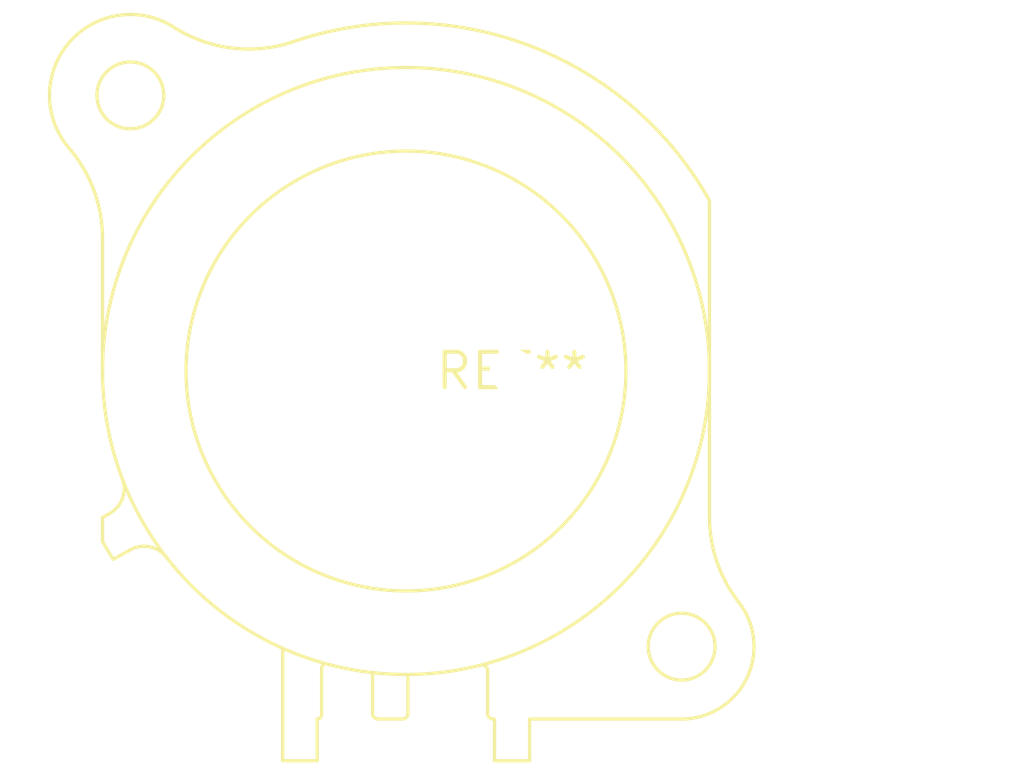
<source format=kicad_pcb>
(kicad_pcb (version 20240108) (generator pcbnew)
  (layers (0 "F.Cu" signal) (31 "B.Cu" signal) (34 "B.Paste" user) (35 "F.Paste" user) (36 "B.SilkS" user "B.Silkscreen") (37 "F.SilkS" user "F.Silkscreen") (38 "B.Mask" user) (39 "F.Mask" user) (44 "Edge.Cuts" user))
  (net 0 "")
  (footprint "Jack_XLR_Neutrik_NC3FAV1-0_Vertical" (layer "F.Cu") (at 0 0)
    (property "Reference" "REF**")
    (property "Value" "Jack_XLR_Neutrik_NC3FAV1-0_Vertical")
    (fp_line (start -14.71 0) (end -14.71 -4.76) (layer "F.SilkS") (stroke (width 0.12)))
    (fp_line (start -14.71 5.26) (end -14.71 6.12) (layer "F.SilkS") (stroke (width 0.12)))
    (fp_line (start -14.44 5.11) (end -14.71 5.26) (layer "F.SilkS") (stroke (width 0.12)))
    (fp_line (start -14.32 6.76) (end -13.71 6.42) (layer "F.SilkS") (stroke (width 0.12)))
    (fp_line (start -8.24 9.96) (end -8.24 14) (layer "F.SilkS") (stroke (width 0.12)))
    (fp_line (start -7 12.5) (end -7 14) (layer "F.SilkS") (stroke (width 0.12)))
    (fp_line (start -7 14) (end -8.24 14) (layer "F.SilkS") (stroke (width 0.12)))
    (fp_line (start -6.84 12.34) (end -6.84 10.69) (layer "F.SilkS") (stroke (width 0.12)))
    (fp_line (start -5.01 10.83) (end -5.01 12.3) (layer "F.SilkS") (stroke (width 0.12)))
    (fp_line (start -3.94 12.5) (end -4.81 12.5) (layer "F.SilkS") (stroke (width 0.12)))
    (fp_line (start -3.74 10.9) (end -3.74 12.3) (layer "F.SilkS") (stroke (width 0.12)))
    (fp_line (start -0.88 12.3) (end -0.88 10.76) (layer "F.SilkS") (stroke (width 0.12)))
    (fp_line (start -0.63 12.5) (end -0.68 12.5) (layer "F.SilkS") (stroke (width 0.12)))
    (fp_line (start -0.63 12.5) (end -0.63 14) (layer "F.SilkS") (stroke (width 0.12)))
    (fp_line (start 0.62 14) (end -0.63 14) (layer "F.SilkS") (stroke (width 0.12)))
    (fp_line (start 0.63 12.5) (end 6.09 12.5) (layer "F.SilkS") (stroke (width 0.12)))
    (fp_line (start 0.63 14) (end 0.63 12.5) (layer "F.SilkS") (stroke (width 0.12)))
    (fp_line (start 7.09 5.24) (end 7.09 -6.12) (layer "F.SilkS") (stroke (width 0.12)))
    (fp_arc (start -15.908829 -8.000856) (mid -15.019313 -6.48774) (end -14.71 -4.76) (layer "F.SilkS") (stroke (width 0.12)))
    (fp_arc (start -15.908236 -8.001617) (mid -15.907486 -11.799251) (end -12.15 -12.35) (layer "F.SilkS") (stroke (width 0.12)))
    (fp_arc (start -14.32314 6.763008) (mid -14.521396 6.444407) (end -14.71 6.12) (layer "F.SilkS") (stroke (width 0.12)))
    (fp_arc (start -14.004283 3.855674) (mid -13.989213 4.56375) (end -14.44 5.11) (layer "F.SilkS") (stroke (width 0.12)))
    (fp_arc (start -13.71 6.42) (mid -13.01025 6.315915) (end -12.412202 6.693832) (layer "F.SilkS") (stroke (width 0.12)))
    (fp_arc (start -7.848035 -11.831177) (mid -10.058192 -11.599923) (end -12.15 -12.35) (layer "F.SilkS") (stroke (width 0.12)))
    (fp_arc (start -7.841153 -11.83276) (mid 0.657009 -11.675197) (end 7.09 -6.12) (layer "F.SilkS") (stroke (width 0.12)))
    (fp_arc (start -6.84 10.69) (mid -6.803713 10.578321) (end -6.708713 10.509299) (layer "F.SilkS") (stroke (width 0.12)))
    (fp_arc (start -6.84 12.34) (mid -6.886863 12.453137) (end -7 12.5) (layer "F.SilkS") (stroke (width 0.12)))
    (fp_arc (start -4.81 12.5) (mid -4.951421 12.441421) (end -5.01 12.3) (layer "F.SilkS") (stroke (width 0.12)))
    (fp_arc (start -3.74 12.3) (mid -3.798579 12.441421) (end -3.94 12.5) (layer "F.SilkS") (stroke (width 0.12)))
    (fp_arc (start -1.1294 10.566197) (mid -0.957281 10.602076) (end -0.88 10.76) (layer "F.SilkS") (stroke (width 0.12)))
    (fp_arc (start -0.68 12.5) (mid -0.821421 12.441421) (end -0.88 12.3) (layer "F.SilkS") (stroke (width 0.12)))
    (fp_arc (start 2.636924 -8.782671) (mid 2.628394 -8.791269) (end 2.62 -8.8) (layer "F.SilkS") (stroke (width 0.12)))
    (fp_arc (start 2.680052 -8.767734) (mid 2.65973 -8.7835) (end 2.64 -8.8) (layer "F.SilkS") (stroke (width 0.12)))
    (fp_arc (start 8.095865 8.245761) (mid 8.441704 11.008824) (end 6.09 12.5) (layer "F.SilkS") (stroke (width 0.12)))
    (fp_arc (start 8.098032 8.243976) (mid 7.348729 6.824298) (end 7.09 5.24) (layer "F.SilkS") (stroke (width 0.12)))
    (fp_circle (center -13.71 -9.9) (end -12.51 -9.9) (layer "F.SilkS") (stroke (width 0.12)) (fill none))
    (fp_circle (center -3.81 0) (end 4.09 0) (layer "F.SilkS") (stroke (width 0.12)) (fill none))
    (fp_circle (center -3.81 0) (end 7.09 0) (layer "F.SilkS") (stroke (width 0.12)) (fill none))
    (fp_circle (center 6.09 9.9) (end 7.29 9.9) (layer "F.SilkS") (stroke (width 0.12)) (fill none))
    (pad "1" thru_hole circle (at 0 0) (size 3.4 3.4) (drill 1.6) (layers *.Cu *.Mask) (remove_unused_layers))
    (pad "2" thru_hole circle (at -7.62 0) (size 3.4 3.4) (drill 1.6) (layers *.Cu *.Mask) (remove_unused_layers))
    (pad "3" thru_hole circle (at -3.81 4.45) (size 2.9 2.9) (drill 1.2) (layers *.Cu *.Mask) (remove_unused_layers))
  )
)
</source>
